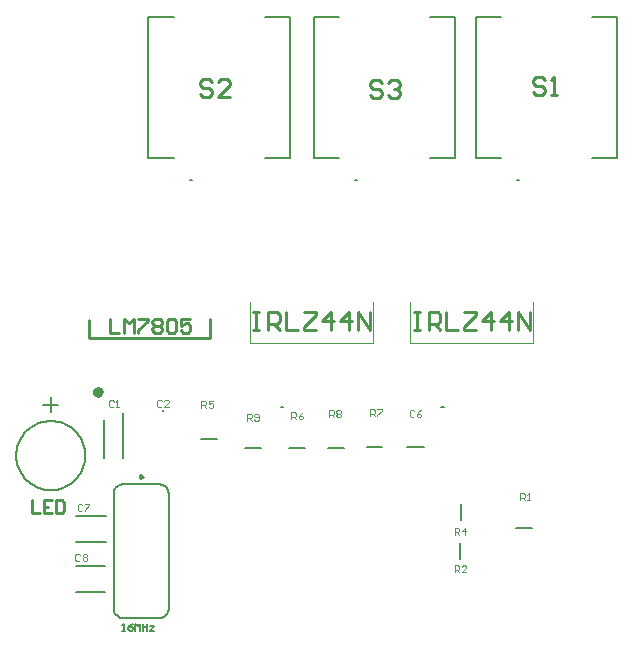
<source format=gto>
G04*
G04 #@! TF.GenerationSoftware,Altium Limited,Altium Designer,24.1.2 (44)*
G04*
G04 Layer_Color=65535*
%FSLAX25Y25*%
%MOIN*%
G70*
G04*
G04 #@! TF.SameCoordinates,9647829F-9D65-4518-952E-74710912C15A*
G04*
G04*
G04 #@! TF.FilePolarity,Positive*
G04*
G01*
G75*
%ADD10C,0.00787*%
%ADD11C,0.00984*%
%ADD12C,0.01968*%
%ADD13C,0.00787*%
%ADD14C,0.00394*%
%ADD15C,0.01000*%
%ADD16C,0.00606*%
D10*
X78105Y23057D02*
X79109Y23216D01*
X80015Y23678D01*
X80733Y24396D01*
X81195Y25302D01*
X81353Y26305D01*
X63046Y26305D02*
X63205Y25302D01*
X63667Y24396D01*
X64385Y23678D01*
X65291Y23216D01*
X66294Y23057D01*
X66294Y67743D02*
X65291Y67584D01*
X64385Y67122D01*
X63667Y66404D01*
X63205Y65498D01*
X63046Y64495D01*
X81353D02*
X81195Y65498D01*
X80733Y66404D01*
X80015Y67122D01*
X79109Y67584D01*
X78105Y67743D01*
X89220Y169075D02*
X88575D01*
X89220D01*
X198252D02*
X197606D01*
X198252D01*
X144295D02*
X143650D01*
X144295D01*
X119551Y93425D02*
X118764D01*
X119551D01*
X53606Y77300D02*
X53562Y78303D01*
X53431Y79298D01*
X53214Y80278D01*
X52912Y81235D01*
X52528Y82163D01*
X52064Y83053D01*
X51525Y83899D01*
X50914Y84696D01*
X50236Y85436D01*
X49496Y86114D01*
X48700Y86725D01*
X47853Y87264D01*
X46963Y87728D01*
X46035Y88112D01*
X45078Y88414D01*
X44098Y88631D01*
X43103Y88762D01*
X42100Y88806D01*
X41097Y88762D01*
X40102Y88631D01*
X39122Y88414D01*
X38165Y88112D01*
X37237Y87728D01*
X36347Y87264D01*
X35500Y86725D01*
X34704Y86114D01*
X33964Y85436D01*
X33286Y84696D01*
X32675Y83899D01*
X32136Y83053D01*
X31672Y82163D01*
X31288Y81235D01*
X30986Y80278D01*
X30769Y79298D01*
X30638Y78303D01*
X30594Y77300D01*
X30638Y76297D01*
X30769Y75302D01*
X30986Y74322D01*
X31288Y73365D01*
X31672Y72437D01*
X32136Y71547D01*
X32675Y70701D01*
X33286Y69904D01*
X33964Y69164D01*
X34704Y68486D01*
X35500Y67875D01*
X36347Y67336D01*
X37237Y66872D01*
X38165Y66488D01*
X39122Y66186D01*
X40102Y65969D01*
X41097Y65838D01*
X42100Y65794D01*
X43103Y65838D01*
X44098Y65969D01*
X45078Y66186D01*
X46035Y66488D01*
X46963Y66872D01*
X47853Y67336D01*
X48700Y67875D01*
X49496Y68486D01*
X50236Y69164D01*
X50914Y69904D01*
X51525Y70701D01*
X52064Y71547D01*
X52528Y72437D01*
X52912Y73365D01*
X53214Y74322D01*
X53431Y75302D01*
X53562Y76297D01*
X53606Y77300D01*
X173051Y93425D02*
X172264D01*
X173051D01*
X66294Y67743D02*
X78105D01*
X66294Y23058D02*
X78106D01*
X81354Y26306D02*
Y64495D01*
X63046Y26306D02*
Y64495D01*
X160844Y80257D02*
X166356D01*
X197043Y53109D02*
X202357D01*
X113437Y176378D02*
X121906D01*
X74661D02*
X83130D01*
X74661Y223622D02*
X83130D01*
X113437D02*
X121906D01*
X74661Y176378D02*
Y223622D01*
X121906Y176378D02*
Y223622D01*
X222469Y176378D02*
X230937D01*
X183693D02*
X192161D01*
X183693Y223622D02*
X192161D01*
X222469D02*
X230937D01*
X183693Y176378D02*
Y223622D01*
X230937Y176378D02*
Y223622D01*
X168512Y176378D02*
X176980D01*
X129736D02*
X138205D01*
X129736Y223622D02*
X138205D01*
X168512D02*
X176980D01*
X129736Y176378D02*
Y223622D01*
X176980Y176378D02*
Y223622D01*
X39600Y94300D02*
X44600D01*
X42100Y91800D02*
Y96800D01*
X147343Y80000D02*
X152657D01*
X134543Y79900D02*
X139857D01*
X121443D02*
X126757D01*
X50567Y48371D02*
X60433D01*
X50567Y57229D02*
X60433D01*
X50367Y40529D02*
X60233D01*
X50367Y31671D02*
X60233D01*
X92143Y82900D02*
X97457D01*
X178691Y55843D02*
Y61157D01*
X106743Y79700D02*
X112057D01*
X178600Y42743D02*
Y48057D01*
X66050Y76601D02*
Y91561D01*
X59750Y76601D02*
Y89199D01*
D11*
X72692Y70302D02*
X71954Y70728D01*
Y69875D01*
X72692Y70302D01*
D12*
X58740Y98358D02*
X58144Y99178D01*
X57180Y98865D01*
Y97852D01*
X58144Y97538D01*
X58740Y98358D01*
D13*
X79597Y92252D02*
D03*
D14*
X149500Y114685D02*
Y128465D01*
X108500Y114685D02*
X149500D01*
X108500D02*
Y128465D01*
X203000Y114685D02*
Y128465D01*
X162000Y114685D02*
X203000D01*
X162000D02*
Y128465D01*
X134932Y90019D02*
Y92381D01*
X136113D01*
X136506Y91987D01*
Y91200D01*
X136113Y90806D01*
X134932D01*
X135719D02*
X136506Y90019D01*
X137294Y91987D02*
X137687Y92381D01*
X138474D01*
X138868Y91987D01*
Y91594D01*
X138474Y91200D01*
X138868Y90806D01*
Y90413D01*
X138474Y90019D01*
X137687D01*
X137294Y90413D01*
Y90806D01*
X137687Y91200D01*
X137294Y91594D01*
Y91987D01*
X137687Y91200D02*
X138474D01*
X148632Y90319D02*
Y92681D01*
X149813D01*
X150206Y92287D01*
Y91500D01*
X149813Y91106D01*
X148632D01*
X149419D02*
X150206Y90319D01*
X150994Y92681D02*
X152568D01*
Y92287D01*
X150994Y90713D01*
Y90319D01*
X163306Y91987D02*
X162913Y92381D01*
X162126D01*
X161732Y91987D01*
Y90413D01*
X162126Y90019D01*
X162913D01*
X163306Y90413D01*
X165668Y92381D02*
X164881Y91987D01*
X164094Y91200D01*
Y90413D01*
X164487Y90019D01*
X165274D01*
X165668Y90413D01*
Y90806D01*
X165274Y91200D01*
X164094D01*
X107532Y88919D02*
Y91281D01*
X108713D01*
X109106Y90887D01*
Y90100D01*
X108713Y89706D01*
X107532D01*
X108319D02*
X109106Y88919D01*
X109894Y89313D02*
X110287Y88919D01*
X111074D01*
X111468Y89313D01*
Y90887D01*
X111074Y91281D01*
X110287D01*
X109894Y90887D01*
Y90494D01*
X110287Y90100D01*
X111468D01*
X122332Y89319D02*
Y91681D01*
X123513D01*
X123906Y91287D01*
Y90500D01*
X123513Y90106D01*
X122332D01*
X123119D02*
X123906Y89319D01*
X126268Y91681D02*
X125481Y91287D01*
X124694Y90500D01*
Y89713D01*
X125087Y89319D01*
X125874D01*
X126268Y89713D01*
Y90106D01*
X125874Y90500D01*
X124694D01*
X92332Y93219D02*
Y95581D01*
X93513D01*
X93906Y95187D01*
Y94400D01*
X93513Y94006D01*
X92332D01*
X93119D02*
X93906Y93219D01*
X96268Y95581D02*
X94694D01*
Y94400D01*
X95481Y94794D01*
X95874D01*
X96268Y94400D01*
Y93613D01*
X95874Y93219D01*
X95087D01*
X94694Y93613D01*
X176732Y50919D02*
Y53281D01*
X177913D01*
X178306Y52887D01*
Y52100D01*
X177913Y51706D01*
X176732D01*
X177519D02*
X178306Y50919D01*
X180274D02*
Y53281D01*
X179094Y52100D01*
X180668D01*
X176732Y38319D02*
Y40681D01*
X177913D01*
X178306Y40287D01*
Y39500D01*
X177913Y39106D01*
X176732D01*
X177519D02*
X178306Y38319D01*
X180668D02*
X179094D01*
X180668Y39894D01*
Y40287D01*
X180274Y40681D01*
X179487D01*
X179094Y40287D01*
X198626Y62319D02*
Y64681D01*
X199806D01*
X200200Y64287D01*
Y63500D01*
X199806Y63106D01*
X198626D01*
X199413D02*
X200200Y62319D01*
X200987D02*
X201774D01*
X201381D01*
Y64681D01*
X200987Y64287D01*
X51906Y44187D02*
X51513Y44581D01*
X50726D01*
X50332Y44187D01*
Y42613D01*
X50726Y42219D01*
X51513D01*
X51906Y42613D01*
X52694Y44187D02*
X53087Y44581D01*
X53874D01*
X54268Y44187D01*
Y43794D01*
X53874Y43400D01*
X54268Y43006D01*
Y42613D01*
X53874Y42219D01*
X53087D01*
X52694Y42613D01*
Y43006D01*
X53087Y43400D01*
X52694Y43794D01*
Y44187D01*
X53087Y43400D02*
X53874D01*
X52606Y60687D02*
X52213Y61081D01*
X51426D01*
X51032Y60687D01*
Y59113D01*
X51426Y58719D01*
X52213D01*
X52606Y59113D01*
X53394Y61081D02*
X54968D01*
Y60687D01*
X53394Y59113D01*
Y58719D01*
X79106Y95487D02*
X78713Y95881D01*
X77926D01*
X77532Y95487D01*
Y93913D01*
X77926Y93519D01*
X78713D01*
X79106Y93913D01*
X81468Y93519D02*
X79894D01*
X81468Y95094D01*
Y95487D01*
X81074Y95881D01*
X80287D01*
X79894Y95487D01*
X63100Y95287D02*
X62706Y95681D01*
X61919D01*
X61526Y95287D01*
Y93713D01*
X61919Y93319D01*
X62706D01*
X63100Y93713D01*
X63887Y93319D02*
X64674D01*
X64281D01*
Y95681D01*
X63887Y95287D01*
D15*
X54921Y116480D02*
X95079D01*
X54921D02*
Y122524D01*
X95079Y116480D02*
Y122953D01*
X152559Y201499D02*
X151559Y202499D01*
X149560D01*
X148560Y201499D01*
Y200500D01*
X149560Y199500D01*
X151559D01*
X152559Y198500D01*
Y197501D01*
X151559Y196501D01*
X149560D01*
X148560Y197501D01*
X154558Y201499D02*
X155558Y202499D01*
X157557D01*
X158557Y201499D01*
Y200500D01*
X157557Y199500D01*
X156557D01*
X157557D01*
X158557Y198500D01*
Y197501D01*
X157557Y196501D01*
X155558D01*
X154558Y197501D01*
X95767Y201899D02*
X94768Y202899D01*
X92768D01*
X91768Y201899D01*
Y200900D01*
X92768Y199900D01*
X94768D01*
X95767Y198900D01*
Y197901D01*
X94768Y196901D01*
X92768D01*
X91768Y197901D01*
X101765Y196901D02*
X97767D01*
X101765Y200900D01*
Y201899D01*
X100766Y202899D01*
X98766D01*
X97767Y201899D01*
X163006Y125299D02*
X165006D01*
X164006D01*
Y119301D01*
X163006D01*
X165006D01*
X168005D02*
Y125299D01*
X171004D01*
X172003Y124299D01*
Y122300D01*
X171004Y121300D01*
X168005D01*
X170004D02*
X172003Y119301D01*
X174003Y125299D02*
Y119301D01*
X178001D01*
X180001Y125299D02*
X184000D01*
Y124299D01*
X180001Y120301D01*
Y119301D01*
X184000D01*
X188998D02*
Y125299D01*
X185999Y122300D01*
X189998D01*
X194996Y119301D02*
Y125299D01*
X191997Y122300D01*
X195996D01*
X197995Y119301D02*
Y125299D01*
X201994Y119301D01*
Y125299D01*
X109506Y125099D02*
X111506D01*
X110506D01*
Y119101D01*
X109506D01*
X111506D01*
X114505D02*
Y125099D01*
X117504D01*
X118503Y124099D01*
Y122100D01*
X117504Y121100D01*
X114505D01*
X116504D02*
X118503Y119101D01*
X120503Y125099D02*
Y119101D01*
X124502D01*
X126501Y125099D02*
X130499D01*
Y124099D01*
X126501Y120101D01*
Y119101D01*
X130499D01*
X135498D02*
Y125099D01*
X132499Y122100D01*
X136498D01*
X141496Y119101D02*
Y125099D01*
X138497Y122100D01*
X142496D01*
X144495Y119101D02*
Y125099D01*
X148494Y119101D01*
Y125099D01*
X35726Y62315D02*
Y58285D01*
X38413D01*
X42443Y62315D02*
X39757D01*
Y58285D01*
X42443D01*
X39757Y60300D02*
X41100D01*
X43787Y62315D02*
Y58285D01*
X45802D01*
X46474Y58957D01*
Y61643D01*
X45802Y62315D01*
X43787D01*
X206715Y202499D02*
X205715Y203499D01*
X203716D01*
X202716Y202499D01*
Y201500D01*
X203716Y200500D01*
X205715D01*
X206715Y199500D01*
Y198501D01*
X205715Y197501D01*
X203716D01*
X202716Y198501D01*
X208714Y197501D02*
X210714D01*
X209714D01*
Y203499D01*
X208714Y202499D01*
X61818Y122961D02*
Y118239D01*
X64967D01*
X66541D02*
Y122961D01*
X68116Y121387D01*
X69690Y122961D01*
Y118239D01*
X71264Y122961D02*
X74413D01*
Y122174D01*
X71264Y119026D01*
Y118239D01*
X75987Y122174D02*
X76774Y122961D01*
X78349D01*
X79136Y122174D01*
Y121387D01*
X78349Y120600D01*
X79136Y119813D01*
Y119026D01*
X78349Y118239D01*
X76774D01*
X75987Y119026D01*
Y119813D01*
X76774Y120600D01*
X75987Y121387D01*
Y122174D01*
X76774Y120600D02*
X78349D01*
X80710Y122174D02*
X81497Y122961D01*
X83072D01*
X83859Y122174D01*
Y119026D01*
X83072Y118239D01*
X81497D01*
X80710Y119026D01*
Y122174D01*
X88582Y122961D02*
X85433D01*
Y120600D01*
X87007Y121387D01*
X87794D01*
X88582Y120600D01*
Y119026D01*
X87794Y118239D01*
X86220D01*
X85433Y119026D01*
D16*
X65987Y18919D02*
X66774D01*
X66380D01*
Y21281D01*
X65987Y20887D01*
X69529Y21281D02*
X68742Y20887D01*
X67955Y20100D01*
Y19313D01*
X68348Y18919D01*
X69135D01*
X69529Y19313D01*
Y19706D01*
X69135Y20100D01*
X67955D01*
X70316Y18919D02*
Y21281D01*
X71103Y20494D01*
X71890Y21281D01*
Y18919D01*
X72677Y21281D02*
Y18919D01*
Y20100D01*
X74252D01*
Y21281D01*
Y18919D01*
X75039Y20494D02*
X76613D01*
X75039Y18919D01*
X76613D01*
M02*

</source>
